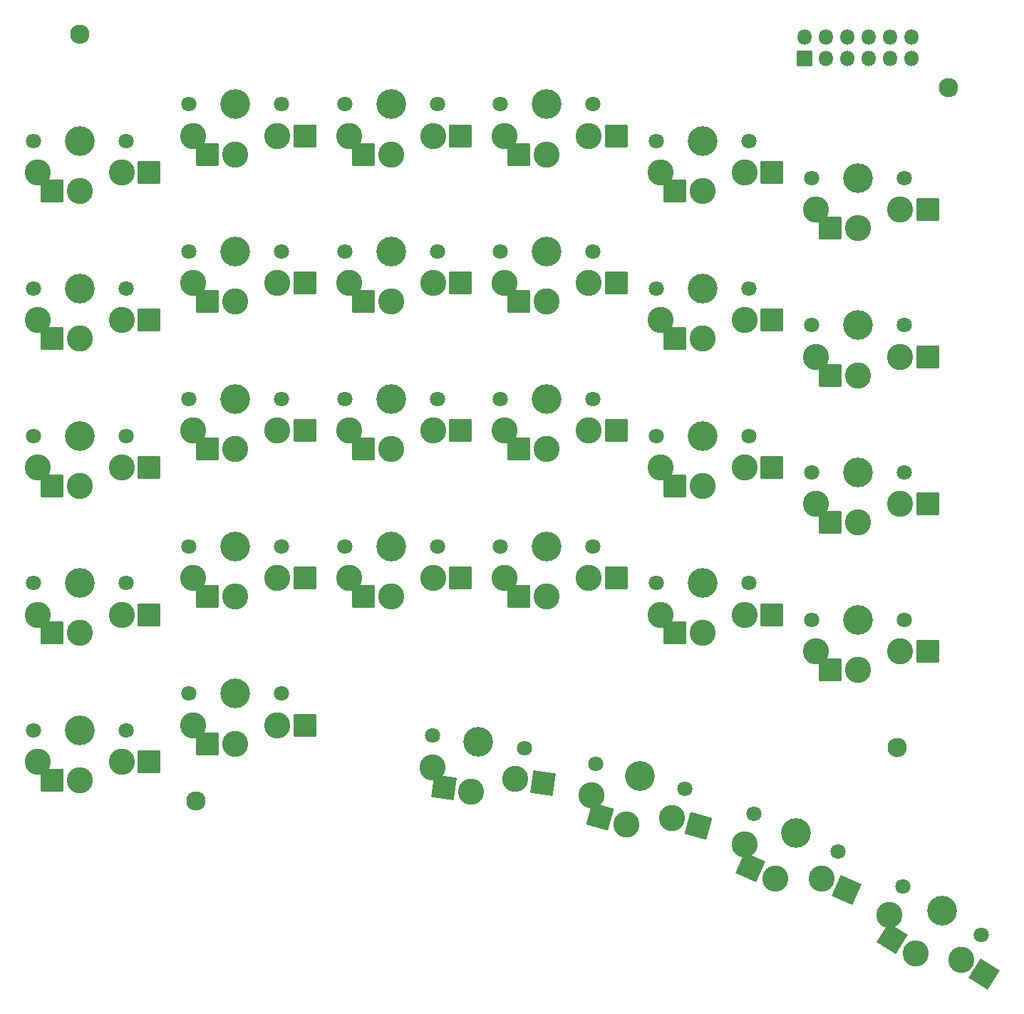
<source format=gbr>
%TF.GenerationSoftware,KiCad,Pcbnew,8.0.3*%
%TF.CreationDate,2024-06-13T00:20:47+02:00*%
%TF.ProjectId,protoeepyboard,70726f74-6f65-4657-9079-626f6172642e,1.0*%
%TF.SameCoordinates,Original*%
%TF.FileFunction,Soldermask,Top*%
%TF.FilePolarity,Negative*%
%FSLAX46Y46*%
G04 Gerber Fmt 4.6, Leading zero omitted, Abs format (unit mm)*
G04 Created by KiCad (PCBNEW 8.0.3) date 2024-06-13 00:20:47*
%MOMM*%
%LPD*%
G01*
G04 APERTURE LIST*
G04 Aperture macros list*
%AMRoundRect*
0 Rectangle with rounded corners*
0 $1 Rounding radius*
0 $2 $3 $4 $5 $6 $7 $8 $9 X,Y pos of 4 corners*
0 Add a 4 corners polygon primitive as box body*
4,1,4,$2,$3,$4,$5,$6,$7,$8,$9,$2,$3,0*
0 Add four circle primitives for the rounded corners*
1,1,$1+$1,$2,$3*
1,1,$1+$1,$4,$5*
1,1,$1+$1,$6,$7*
1,1,$1+$1,$8,$9*
0 Add four rect primitives between the rounded corners*
20,1,$1+$1,$2,$3,$4,$5,0*
20,1,$1+$1,$4,$5,$6,$7,0*
20,1,$1+$1,$6,$7,$8,$9,0*
20,1,$1+$1,$8,$9,$2,$3,0*%
G04 Aperture macros list end*
%ADD10RoundRect,0.050000X1.300000X1.300000X-1.300000X1.300000X-1.300000X-1.300000X1.300000X-1.300000X0*%
%ADD11C,1.801800*%
%ADD12C,3.100000*%
%ADD13C,3.529000*%
%ADD14C,2.300000*%
%ADD15O,1.800000X1.800000*%
%ADD16RoundRect,0.050000X0.850000X-0.850000X0.850000X0.850000X-0.850000X0.850000X-0.850000X-0.850000X0*%
%ADD17RoundRect,0.050000X1.791358X0.413567X-0.413567X1.791358X-1.791358X-0.413567X0.413567X-1.791358X0*%
%ADD18RoundRect,0.050000X1.607969X0.891312X-0.891312X1.607969X-1.607969X-0.891312X0.891312X-1.607969X0*%
%ADD19RoundRect,0.050000X1.716367X0.658851X-0.658851X1.716367X-1.716367X-0.658851X0.658851X-1.716367X0*%
%ADD20RoundRect,0.050000X1.468274X1.106423X-1.106423X1.468274X-1.468274X-1.106423X1.106423X-1.468274X0*%
G04 APERTURE END LIST*
D10*
%TO.C,S24*%
X190800484Y-119040165D03*
X179250484Y-121240165D03*
D11*
X177025484Y-115290165D03*
D12*
X177525484Y-119040163D03*
D13*
X182525484Y-115290165D03*
D12*
X182525484Y-121240165D03*
X182525484Y-121240165D03*
X187525483Y-119040165D03*
D11*
X188025484Y-115290165D03*
%TD*%
D10*
%TO.C,S13*%
X135300479Y-92790168D03*
X123750479Y-94990168D03*
D11*
X121525479Y-89040168D03*
D12*
X122025479Y-92790166D03*
D13*
X127025479Y-89040168D03*
D12*
X127025479Y-94990168D03*
X127025479Y-94990168D03*
X132025478Y-92790168D03*
D11*
X132525479Y-89040168D03*
%TD*%
D10*
%TO.C,S26*%
X190800483Y-84040161D03*
X179250483Y-86240161D03*
D11*
X177025483Y-80290161D03*
D12*
X177525483Y-84040159D03*
D13*
X182525483Y-80290161D03*
D12*
X182525483Y-86240161D03*
X182525483Y-86240161D03*
X187525482Y-84040161D03*
D11*
X188025483Y-80290161D03*
%TD*%
D10*
%TO.C,S14*%
X135300485Y-75290169D03*
X123750485Y-77490169D03*
D11*
X121525485Y-71540169D03*
D12*
X122025485Y-75290167D03*
D13*
X127025485Y-71540169D03*
D12*
X127025485Y-77490169D03*
X127025485Y-77490169D03*
X132025484Y-75290169D03*
D11*
X132525485Y-71540169D03*
%TD*%
D10*
%TO.C,S17*%
X153800478Y-92790166D03*
X142250478Y-94990166D03*
D11*
X140025478Y-89040166D03*
D12*
X140525478Y-92790164D03*
D13*
X145525478Y-89040166D03*
D12*
X145525478Y-94990166D03*
X145525478Y-94990166D03*
X150525477Y-92790166D03*
D11*
X151025478Y-89040166D03*
%TD*%
D10*
%TO.C,S20*%
X172300480Y-114665163D03*
X160750480Y-116865163D03*
D11*
X158525480Y-110915163D03*
D12*
X159025480Y-114665161D03*
D13*
X164025480Y-110915163D03*
D12*
X164025480Y-116865163D03*
X164025480Y-116865163D03*
X169025479Y-114665163D03*
D11*
X169525480Y-110915163D03*
%TD*%
D14*
%TO.C,_2*%
X193275486Y-69540166D03*
%TD*%
D10*
%TO.C,S23*%
X190800484Y-136540170D03*
X179250484Y-138740170D03*
D11*
X177025484Y-132790170D03*
D12*
X177525484Y-136540168D03*
D13*
X182525484Y-132790170D03*
D12*
X182525484Y-138740170D03*
X182525484Y-138740170D03*
X187525483Y-136540170D03*
D11*
X188025484Y-132790170D03*
%TD*%
D10*
%TO.C,S25*%
X190800483Y-101540165D03*
X179250483Y-103740165D03*
D11*
X177025483Y-97790165D03*
D12*
X177525483Y-101540163D03*
D13*
X182525483Y-97790165D03*
D12*
X182525483Y-103740165D03*
X182525483Y-103740165D03*
X187525482Y-101540165D03*
D11*
X188025483Y-97790165D03*
%TD*%
D14*
%TO.C,_1*%
X90025481Y-63165161D03*
%TD*%
D10*
%TO.C,S18*%
X153800484Y-75290161D03*
X142250484Y-77490161D03*
D11*
X140025484Y-71540161D03*
D12*
X140525484Y-75290159D03*
D13*
X145525484Y-71540161D03*
D12*
X145525484Y-77490161D03*
X145525484Y-77490161D03*
X150525483Y-75290161D03*
D11*
X151025484Y-71540161D03*
%TD*%
D10*
%TO.C,S7*%
X116800484Y-127790168D03*
X105250484Y-129990168D03*
D11*
X103025484Y-124040168D03*
D12*
X103525484Y-127790166D03*
D13*
X108525484Y-124040168D03*
D12*
X108525484Y-129990168D03*
X108525484Y-129990168D03*
X113525483Y-127790168D03*
D11*
X114025484Y-124040168D03*
%TD*%
D10*
%TO.C,S1*%
X98300478Y-149665165D03*
X86750478Y-151865165D03*
D11*
X84525478Y-145915165D03*
D12*
X85025478Y-149665163D03*
D13*
X90025478Y-145915165D03*
D12*
X90025478Y-151865165D03*
X90025478Y-151865165D03*
X95025477Y-149665165D03*
D11*
X95525478Y-145915165D03*
%TD*%
D14*
%TO.C,_4*%
X187150479Y-147915166D03*
%TD*%
D10*
%TO.C,S8*%
X116800480Y-110290167D03*
X105250480Y-112490167D03*
D11*
X103025480Y-106540167D03*
D12*
X103525480Y-110290165D03*
D13*
X108525480Y-106540167D03*
D12*
X108525480Y-112490167D03*
X108525480Y-112490167D03*
X113525479Y-110290167D03*
D11*
X114025480Y-106540167D03*
%TD*%
D10*
%TO.C,S15*%
X153800482Y-127790168D03*
X142250482Y-129990168D03*
D11*
X140025482Y-124040168D03*
D12*
X140525482Y-127790166D03*
D13*
X145525482Y-124040168D03*
D12*
X145525482Y-129990168D03*
X145525482Y-129990168D03*
X150525481Y-127790168D03*
D11*
X151025482Y-124040168D03*
%TD*%
D10*
%TO.C,S10*%
X116800480Y-75290159D03*
X105250480Y-77490159D03*
D11*
X103025480Y-71540159D03*
D12*
X103525480Y-75290157D03*
D13*
X108525480Y-71540159D03*
D12*
X108525480Y-77490159D03*
X108525480Y-77490159D03*
X113525479Y-75290159D03*
D11*
X114025480Y-71540159D03*
%TD*%
D15*
%TO.C,J1*%
X188875486Y-63520162D03*
X188875483Y-66060162D03*
X186335486Y-63520162D03*
X186335486Y-66060162D03*
X183795486Y-63520162D03*
X183795486Y-66060162D03*
X181255486Y-63520162D03*
X181255486Y-66060164D03*
X178715486Y-63520162D03*
X178715486Y-66060162D03*
X176175486Y-63520162D03*
D16*
X176175486Y-66060162D03*
%TD*%
D10*
%TO.C,S6*%
X116800481Y-145290171D03*
X105250481Y-147490171D03*
D11*
X103025481Y-141540171D03*
D12*
X103525481Y-145290169D03*
D13*
X108525481Y-141540171D03*
D12*
X108525481Y-147490171D03*
X108525481Y-147490171D03*
X113525480Y-145290171D03*
D11*
X114025481Y-141540171D03*
%TD*%
D17*
%TO.C,S30*%
X197541010Y-174910384D03*
X186580232Y-170655523D03*
D11*
X187846346Y-164430566D03*
D12*
X186283171Y-167875706D03*
D13*
X192510609Y-167345122D03*
D12*
X189357589Y-172391008D03*
X189357589Y-172391008D03*
X194763652Y-173174899D03*
D11*
X197174872Y-170259678D03*
%TD*%
D10*
%TO.C,S5*%
X98300481Y-79665166D03*
X86750481Y-81865166D03*
D11*
X84525481Y-75915166D03*
D12*
X85025481Y-79665164D03*
D13*
X90025481Y-75915166D03*
D12*
X90025481Y-81865166D03*
X90025481Y-81865166D03*
X95025480Y-79665166D03*
D11*
X95525481Y-75915166D03*
%TD*%
D10*
%TO.C,S16*%
X153800480Y-110290168D03*
X142250480Y-112490168D03*
D11*
X140025480Y-106540168D03*
D12*
X140525480Y-110290166D03*
D13*
X145525480Y-106540168D03*
D12*
X145525480Y-112490168D03*
X145525480Y-112490168D03*
X150525479Y-110290168D03*
D11*
X151025480Y-106540168D03*
%TD*%
D10*
%TO.C,S12*%
X135300485Y-110290165D03*
X123750485Y-112490165D03*
D11*
X121525485Y-106540165D03*
D12*
X122025485Y-110290163D03*
D13*
X127025485Y-106540165D03*
D12*
X127025485Y-112490165D03*
X127025485Y-112490165D03*
X132025484Y-110290165D03*
D11*
X132525485Y-106540165D03*
%TD*%
D10*
%TO.C,S2*%
X98300480Y-132165169D03*
X86750480Y-134365169D03*
D11*
X84525480Y-128415169D03*
D12*
X85025480Y-132165167D03*
D13*
X90025480Y-128415169D03*
D12*
X90025480Y-134365169D03*
X90025480Y-134365169D03*
X95025479Y-132165169D03*
D11*
X95525480Y-128415169D03*
%TD*%
D10*
%TO.C,S9*%
X116800484Y-92790164D03*
X105250484Y-94990164D03*
D11*
X103025484Y-89040164D03*
D12*
X103525484Y-92790162D03*
D13*
X108525484Y-89040164D03*
D12*
X108525484Y-94990164D03*
X108525484Y-94990164D03*
X113525483Y-92790164D03*
D11*
X114025484Y-89040164D03*
%TD*%
D10*
%TO.C,S22*%
X172300483Y-79665169D03*
X160750483Y-81865169D03*
D11*
X158525483Y-75915169D03*
D12*
X159025483Y-79665167D03*
D13*
X164025483Y-75915169D03*
D12*
X164025483Y-81865169D03*
X164025483Y-81865169D03*
X169025482Y-79665169D03*
D11*
X169525483Y-75915169D03*
%TD*%
D10*
%TO.C,S11*%
X135300483Y-127790165D03*
X123750483Y-129990165D03*
D11*
X121525483Y-124040165D03*
D12*
X122025483Y-127790163D03*
D13*
X127025483Y-124040165D03*
D12*
X127025483Y-129990165D03*
X127025483Y-129990165D03*
X132025482Y-127790165D03*
D11*
X132525483Y-124040165D03*
%TD*%
D10*
%TO.C,S19*%
X172300483Y-132165168D03*
X160750483Y-134365168D03*
D11*
X158525483Y-128415168D03*
D12*
X159025483Y-132165166D03*
D13*
X164025483Y-128415168D03*
D12*
X164025483Y-134365168D03*
X164025483Y-134365168D03*
X169025482Y-132165168D03*
D11*
X169525483Y-128415168D03*
%TD*%
D10*
%TO.C,S21*%
X172300482Y-97165169D03*
X160750482Y-99365169D03*
D11*
X158525482Y-93415169D03*
D12*
X159025482Y-97165167D03*
D13*
X164025482Y-93415169D03*
D12*
X164025482Y-99365169D03*
X164025482Y-99365169D03*
X169025481Y-97165169D03*
D11*
X169525482Y-93415169D03*
%TD*%
D18*
%TO.C,S28*%
X163569739Y-157264099D03*
X151860766Y-156195264D03*
D11*
X151362001Y-149862464D03*
D12*
X150808991Y-153605015D03*
D13*
X156648940Y-151378469D03*
D12*
X155008898Y-157097976D03*
X155008898Y-157097976D03*
X160421607Y-156361387D03*
D11*
X161935879Y-152894474D03*
%TD*%
D14*
%TO.C,_3*%
X103900485Y-154290168D03*
%TD*%
D10*
%TO.C,S4*%
X98300487Y-97165169D03*
X86750487Y-99365169D03*
D11*
X84525487Y-93415169D03*
D12*
X85025487Y-97165167D03*
D13*
X90025487Y-93415169D03*
D12*
X90025487Y-99365169D03*
X90025487Y-99365169D03*
X95025486Y-97165169D03*
D11*
X95525487Y-93415169D03*
%TD*%
D10*
%TO.C,S3*%
X98300478Y-114665165D03*
X86750478Y-116865165D03*
D11*
X84525478Y-110915165D03*
D12*
X85025478Y-114665163D03*
D13*
X90025478Y-110915165D03*
D12*
X90025478Y-116865165D03*
X90025478Y-116865165D03*
X95025477Y-114665165D03*
D11*
X95525478Y-110915165D03*
%TD*%
D19*
%TO.C,S29*%
X181172349Y-164899487D03*
X169726079Y-162211479D03*
D11*
X170113523Y-155870894D03*
D12*
X169045033Y-159500058D03*
D13*
X175138023Y-158107946D03*
D12*
X172717940Y-163543541D03*
X172717940Y-163543541D03*
X178180487Y-163567424D03*
D11*
X180162523Y-160344998D03*
%TD*%
D20*
%TO.C,S27*%
X145075797Y-152152835D03*
X133332020Y-152723975D03*
D11*
X131956754Y-146522220D03*
D12*
X131929990Y-150305312D03*
D13*
X137403228Y-147287672D03*
D12*
X136575148Y-153179767D03*
X136575148Y-153179767D03*
X141832668Y-151697043D03*
D11*
X142849702Y-148053124D03*
%TD*%
M02*

</source>
